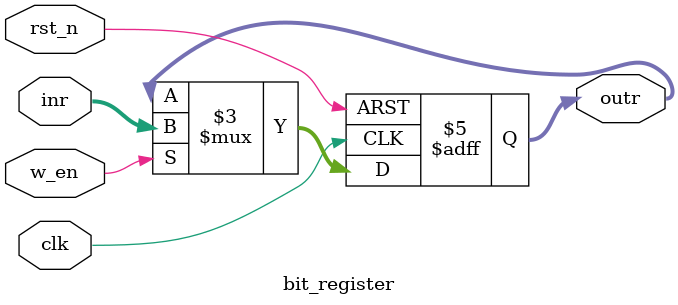
<source format=sv>
`timescale 1ns/1ns

module bit_register 
  #(parameter M = 16) // dimension of the register
  (input clk, rst_n, w_en, //asynchronous reset
   input [$clog2(M)+1:0] inr,
   output reg [$clog2(M)+1:0] outr);
	

	
always_ff @(posedge clk or negedge rst_n)
begin 
	if (!rst_n) begin
		outr <= 0;
	end else if (w_en) begin
		outr <= inr;
	end
end


endmodule 
</source>
